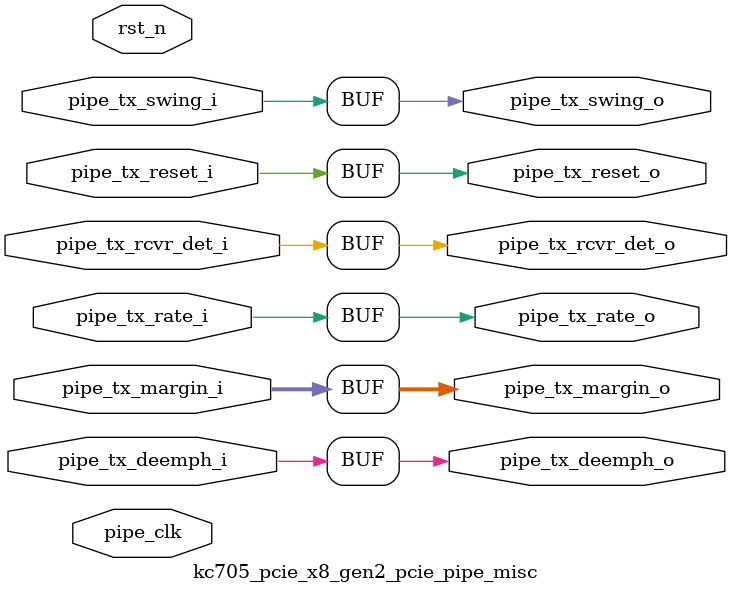
<source format=v>

`timescale 1ps/1ps

(* DowngradeIPIdentifiedWarnings = "yes" *)
module kc705_pcie_x8_gen2_pcie_pipe_misc #
(
    parameter        PIPE_PIPELINE_STAGES = 0,    // 0 - 0 stages, 1 - 1 stage, 2 - 2 stages
    parameter TCQ  = 1 // synthesis warning solved: parameter declaration becomes local
)
(

    input   wire        pipe_tx_rcvr_det_i       ,     // PIPE Tx Receiver Detect
    input   wire        pipe_tx_reset_i          ,     // PIPE Tx Reset
    input   wire        pipe_tx_rate_i           ,     // PIPE Tx Rate
    input   wire        pipe_tx_deemph_i         ,     // PIPE Tx Deemphasis
    input   wire [2:0]  pipe_tx_margin_i         ,     // PIPE Tx Margin
    input   wire        pipe_tx_swing_i          ,     // PIPE Tx Swing

    output  wire        pipe_tx_rcvr_det_o       ,     // Pipelined PIPE Tx Receiver Detect
    output  wire        pipe_tx_reset_o          ,     // Pipelined PIPE Tx Reset
    output  wire        pipe_tx_rate_o           ,     // Pipelined PIPE Tx Rate
    output  wire        pipe_tx_deemph_o         ,     // Pipelined PIPE Tx Deemphasis
    output  wire [2:0]  pipe_tx_margin_o         ,     // Pipelined PIPE Tx Margin
    output  wire        pipe_tx_swing_o          ,     // Pipelined PIPE Tx Swing

    input   wire        pipe_clk                ,      // PIPE Clock
    input   wire        rst_n                          // Reset
);

//******************************************************************//
// Reality check.                                                   //
//******************************************************************//

//    parameter TCQ  = 1;      // clock to out delay model

    generate

    if (PIPE_PIPELINE_STAGES == 0) begin : pipe_stages_0

        assign pipe_tx_rcvr_det_o = pipe_tx_rcvr_det_i;
        assign pipe_tx_reset_o  = pipe_tx_reset_i;
        assign pipe_tx_rate_o = pipe_tx_rate_i;
        assign pipe_tx_deemph_o = pipe_tx_deemph_i;
        assign pipe_tx_margin_o = pipe_tx_margin_i;
        assign pipe_tx_swing_o = pipe_tx_swing_i;

    end // if (PIPE_PIPELINE_STAGES == 0)
    else if (PIPE_PIPELINE_STAGES == 1) begin : pipe_stages_1

    reg                pipe_tx_rcvr_det_q       ;
    reg                pipe_tx_reset_q          ;
    reg                pipe_tx_rate_q           ;
    reg                pipe_tx_deemph_q         ;
    reg [2:0]          pipe_tx_margin_q         ;
    reg                pipe_tx_swing_q          ;

        always @(posedge pipe_clk) begin

        if (rst_n)
        begin

            pipe_tx_rcvr_det_q <= #TCQ 0;
            pipe_tx_reset_q  <= #TCQ 1'b1;
            pipe_tx_rate_q <= #TCQ 0;
            pipe_tx_deemph_q <= #TCQ 1'b1;
            pipe_tx_margin_q <= #TCQ 0;
            pipe_tx_swing_q <= #TCQ 0;

        end
        else
        begin

            pipe_tx_rcvr_det_q <= #TCQ pipe_tx_rcvr_det_i;
            pipe_tx_reset_q  <= #TCQ pipe_tx_reset_i;
            pipe_tx_rate_q <= #TCQ pipe_tx_rate_i;
            pipe_tx_deemph_q <= #TCQ pipe_tx_deemph_i;
            pipe_tx_margin_q <= #TCQ pipe_tx_margin_i;
            pipe_tx_swing_q <= #TCQ pipe_tx_swing_i;

          end

        end

        assign pipe_tx_rcvr_det_o = pipe_tx_rcvr_det_q;
        assign pipe_tx_reset_o  = pipe_tx_reset_q;
        assign pipe_tx_rate_o = pipe_tx_rate_q;
        assign pipe_tx_deemph_o = pipe_tx_deemph_q;
        assign pipe_tx_margin_o = pipe_tx_margin_q;
        assign pipe_tx_swing_o = pipe_tx_swing_q;

    end // if (PIPE_PIPELINE_STAGES == 1)
    else if (PIPE_PIPELINE_STAGES == 2) begin : pipe_stages_2

    reg                pipe_tx_rcvr_det_q       ;
    reg                pipe_tx_reset_q          ;
    reg                pipe_tx_rate_q           ;
    reg                pipe_tx_deemph_q         ;
    reg [2:0]          pipe_tx_margin_q         ;
    reg                pipe_tx_swing_q          ;

    reg                pipe_tx_rcvr_det_qq      ;
    reg                pipe_tx_reset_qq         ;
    reg                pipe_tx_rate_qq          ;
    reg                pipe_tx_deemph_qq        ;
    reg [2:0]          pipe_tx_margin_qq        ;
    reg                pipe_tx_swing_qq         ;

        always @(posedge pipe_clk) begin

        if (rst_n)
        begin

            pipe_tx_rcvr_det_q <= #TCQ 0;
            pipe_tx_reset_q  <= #TCQ 1'b1;
            pipe_tx_rate_q <= #TCQ 0;
            pipe_tx_deemph_q <= #TCQ 1'b1;
            pipe_tx_margin_q <= #TCQ 0;
            pipe_tx_swing_q <= #TCQ 0;

            pipe_tx_rcvr_det_qq <= #TCQ 0;
            pipe_tx_reset_qq  <= #TCQ 1'b1;
            pipe_tx_rate_qq <= #TCQ 0;
            pipe_tx_deemph_qq <= #TCQ 1'b1;
            pipe_tx_margin_qq <= #TCQ 0;
            pipe_tx_swing_qq <= #TCQ 0;

        end
        else
        begin

            pipe_tx_rcvr_det_q <= #TCQ pipe_tx_rcvr_det_i;
            pipe_tx_reset_q  <= #TCQ pipe_tx_reset_i;
            pipe_tx_rate_q <= #TCQ pipe_tx_rate_i;
            pipe_tx_deemph_q <= #TCQ pipe_tx_deemph_i;
            pipe_tx_margin_q <= #TCQ pipe_tx_margin_i;
            pipe_tx_swing_q <= #TCQ pipe_tx_swing_i;

            pipe_tx_rcvr_det_qq <= #TCQ pipe_tx_rcvr_det_q;
            pipe_tx_reset_qq  <= #TCQ pipe_tx_reset_q;
            pipe_tx_rate_qq <= #TCQ pipe_tx_rate_q;
            pipe_tx_deemph_qq <= #TCQ pipe_tx_deemph_q;
            pipe_tx_margin_qq <= #TCQ pipe_tx_margin_q;
            pipe_tx_swing_qq <= #TCQ pipe_tx_swing_q;

          end

        end

        assign pipe_tx_rcvr_det_o = pipe_tx_rcvr_det_qq;
        assign pipe_tx_reset_o  = pipe_tx_reset_qq;
        assign pipe_tx_rate_o = pipe_tx_rate_qq;
        assign pipe_tx_deemph_o = pipe_tx_deemph_qq;
        assign pipe_tx_margin_o = pipe_tx_margin_qq;
        assign pipe_tx_swing_o = pipe_tx_swing_qq;

    end // if (PIPE_PIPELINE_STAGES == 2)

    endgenerate

endmodule


</source>
